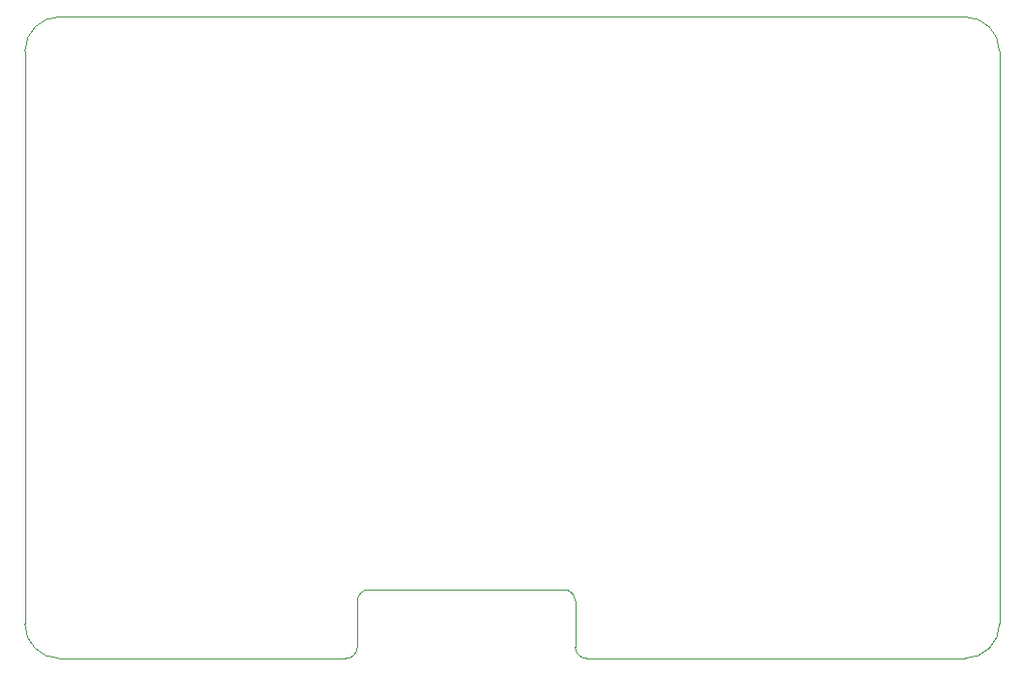
<source format=gbr>
G04 #@! TF.GenerationSoftware,KiCad,Pcbnew,(5.1.5)-3*
G04 #@! TF.CreationDate,2020-06-15T16:44:31+02:00*
G04 #@! TF.ProjectId,HB-RF-ETH,48422d52-462d-4455-9448-2e6b69636164,rev?*
G04 #@! TF.SameCoordinates,Original*
G04 #@! TF.FileFunction,Profile,NP*
%FSLAX46Y46*%
G04 Gerber Fmt 4.6, Leading zero omitted, Abs format (unit mm)*
G04 Created by KiCad (PCBNEW (5.1.5)-3) date 2020-06-15 16:44:31*
%MOMM*%
%LPD*%
G04 APERTURE LIST*
%ADD10C,0.100000*%
G04 APERTURE END LIST*
D10*
X129000000Y-120000000D02*
X162000000Y-120000000D01*
X128000000Y-115000000D02*
X128000000Y-119000000D01*
X110000000Y-114000000D02*
X127000000Y-114000000D01*
X109000000Y-119000000D02*
X109000000Y-115000000D01*
X83000000Y-120000000D02*
X108000000Y-120000000D01*
X129000000Y-120000000D02*
G75*
G02X128000000Y-119000000I0J1000000D01*
G01*
X127000000Y-114000000D02*
G75*
G02X128000000Y-115000000I0J-1000000D01*
G01*
X109000000Y-115000000D02*
G75*
G02X110000000Y-114000000I1000000J0D01*
G01*
X109000000Y-119000000D02*
G75*
G02X108000000Y-120000000I-1000000J0D01*
G01*
X80000000Y-67000000D02*
X80000000Y-117000000D01*
X162000000Y-64000000D02*
X83000000Y-64000000D01*
X165000000Y-117000000D02*
X165000000Y-67000000D01*
X80000000Y-67000000D02*
G75*
G02X83000000Y-64000000I3000000J0D01*
G01*
X83000000Y-120000000D02*
G75*
G02X80000000Y-117000000I0J3000000D01*
G01*
X165000000Y-117000000D02*
G75*
G02X162000000Y-120000000I-3000000J0D01*
G01*
X162000000Y-64000000D02*
G75*
G02X165000000Y-67000000I0J-3000000D01*
G01*
M02*

</source>
